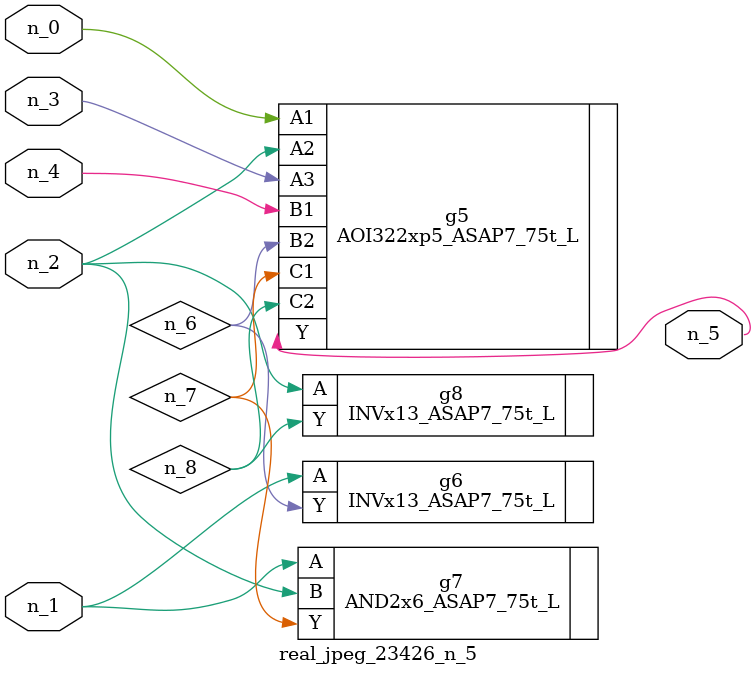
<source format=v>
module real_jpeg_23426_n_5 (n_4, n_0, n_1, n_2, n_3, n_5);

input n_4;
input n_0;
input n_1;
input n_2;
input n_3;

output n_5;

wire n_8;
wire n_6;
wire n_7;

AOI322xp5_ASAP7_75t_L g5 ( 
.A1(n_0),
.A2(n_2),
.A3(n_3),
.B1(n_4),
.B2(n_6),
.C1(n_7),
.C2(n_8),
.Y(n_5)
);

INVx13_ASAP7_75t_L g6 ( 
.A(n_1),
.Y(n_6)
);

AND2x6_ASAP7_75t_L g7 ( 
.A(n_1),
.B(n_2),
.Y(n_7)
);

INVx13_ASAP7_75t_L g8 ( 
.A(n_2),
.Y(n_8)
);


endmodule
</source>
